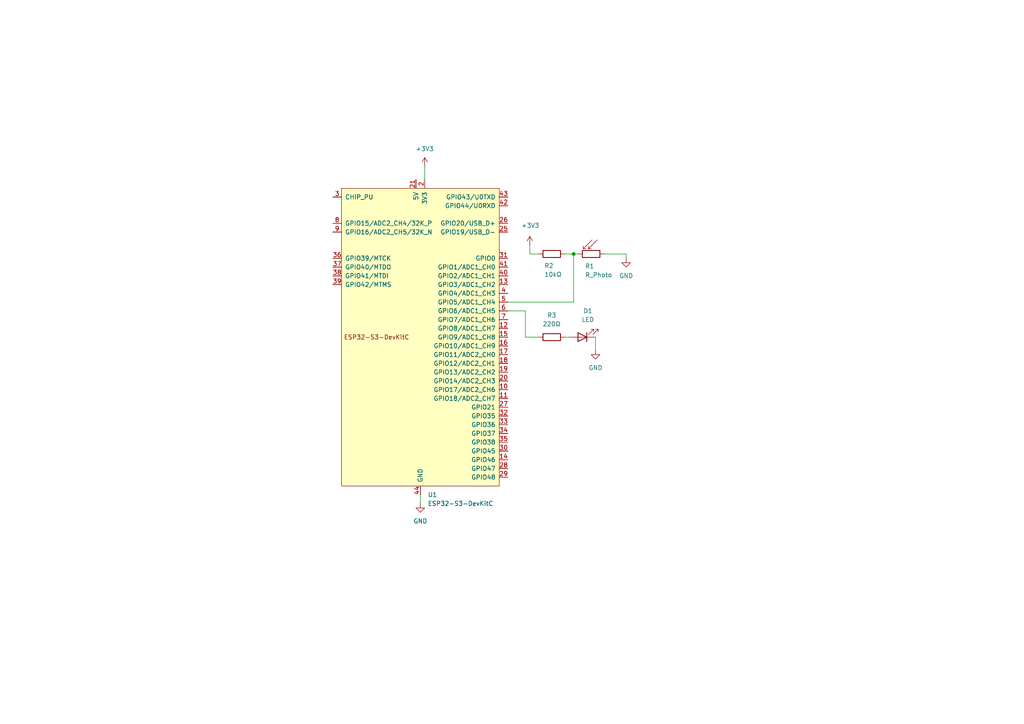
<source format=kicad_sch>
(kicad_sch (version 20250114) (generator "eeschema") (generator_version "9.0")
  (paper "A4")
  (lib_symbols
    (symbol "Device:LED" (pin_numbers (hide yes)) (pin_names (offset 1.016) (hide yes))
      (property "Reference" "D" (at 0 2.54 0))
      (property "Value" "LED" (at 0 -2.54 0))
      (symbol "LED_0_1"
        (polyline (pts (xy -3.048 -0.762) (xy -4.572 -2.286) (xy -3.81 -2.286) (xy -4.572 -2.286) (xy -4.572 -1.524)))
        (polyline (pts (xy -1.778 -0.762) (xy -3.302 -2.286) (xy -2.54 -2.286) (xy -3.302 -2.286) (xy -3.302 -1.524)))
        (polyline (pts (xy -1.27 0) (xy 1.27 0)))
        (polyline (pts (xy -1.27 -1.27) (xy -1.27 1.27)) (stroke (width 0.254)))
        (polyline (pts (xy 1.27 -1.27) (xy 1.27 1.27) (xy -1.27 0) (xy 1.27 -1.27)) (stroke (width 0.254)))
      )
      (symbol "LED_1_1"
        (pin passive line (at -3.81 0 0) (length 2.54) (name "K") (number "1"))
        (pin passive line (at 3.81 0 180) (length 2.54) (name "A") (number "2"))
      )
    )
    (symbol "Device:R" (pin_numbers (hide yes)) (pin_names (offset 0))
      (property "Reference" "R" (at 2.032 0 90))
      (property "Value" "R" (at 0 0 90))
      (symbol "R_0_1"
        (rectangle (start -1.016 -2.54) (end 1.016 2.54) (stroke (width 0.254)))
      )
      (symbol "R_1_1"
        (pin passive line (at 0 3.81 270) (length 1.27) (name "~") (number "1"))
        (pin passive line (at 0 -3.81 90) (length 1.27) (name "~") (number "2"))
      )
    )
    (symbol "Device:R_Photo" (pin_numbers (hide yes)) (pin_names (offset 0))
      (property "Reference" "R" (at 1.27 1.27 0))
      (property "Value" "R_Photo" (at 1.27 0 0))
      (symbol "R_Photo_0_1"
        (polyline (pts (xy -1.524 -0.762) (xy -4.064 1.778)))
        (polyline (pts (xy -1.524 -0.762) (xy -2.286 -0.762)))
        (polyline (pts (xy -1.524 -0.762) (xy -1.524 0)))
        (polyline (pts (xy -1.524 -2.286) (xy -4.064 0.254)))
        (polyline (pts (xy -1.524 -2.286) (xy -2.286 -2.286)))
        (polyline (pts (xy -1.524 -2.286) (xy -1.524 -1.524)))
        (rectangle (start -1.016 2.54) (end 1.016 -2.54) (stroke (width 0.254)))
      )
      (symbol "R_Photo_1_1"
        (pin passive line (at 0 3.81 270) (length 1.27) (name "~") (number "1"))
        (pin passive line (at 0 -3.81 90) (length 1.27) (name "~") (number "2"))
      )
    )
    (symbol "PCM_Espressif:ESP32-S3-DevKitC" (pin_names (offset 1.016))
      (property "Reference" "U" (at -22.86 48.26 0))
      (property "Value" "ESP32-S3-DevKitC" (at -22.86 45.72 0))
      (symbol "ESP32-S3-DevKitC_0_0"
        (text "ESP32-S3-DevKitC" (at -12.7 0 0) (effects (font (size 1.27 1.27))))
        (pin bidirectional line (at -25.4 15.24 0) (length 2.54) (name "GPIO42/MTMS") (number "39"))
        (pin power_in line (at 0 -45.72 90) (length 2.54) (name "GND") (number "44"))
        (pin bidirectional line (at 25.4 40.64 180) (length 2.54) (name "GPIO43/U0TXD") (number "43"))
        (pin bidirectional line (at 25.4 38.1 180) (length 2.54) (name "GPIO44/U0RXD") (number "42"))
        (pin bidirectional line (at 25.4 20.32 180) (length 2.54) (name "GPIO1/ADC1_CH0") (number "41"))
        (pin bidirectional line (at 25.4 17.78 180) (length 2.54) (name "GPIO2/ADC1_CH1") (number "40"))
        (pin bidirectional line (at 25.4 -10.16 180) (length 2.54) (name "GPIO13/ADC2_CH2") (number "19"))
        (pin bidirectional line (at 25.4 -35.56 180) (length 2.54) (name "GPIO46") (number "14"))
      )
      (symbol "ESP32-S3-DevKitC_0_1"
        (rectangle (start -22.86 43.18) (end 22.86 -43.18) (fill (type background)))
        (pin power_in line (at 1.27 45.72 270) (length 2.54) (name "3V3") (number "2"))
      )
      (symbol "ESP32-S3-DevKitC_1_1"
        (pin input line (at -25.4 40.64 0) (length 2.54) (name "CHIP_PU") (number "3"))
        (pin bidirectional line (at -25.4 33.02 0) (length 2.54) (name "GPIO15/ADC2_CH4/32K_P") (number "8"))
        (pin bidirectional line (at -25.4 30.48 0) (length 2.54) (name "GPIO16/ADC2_CH5/32K_N") (number "9"))
        (pin bidirectional line (at -25.4 22.86 0) (length 2.54) (name "GPIO39/MTCK") (number "36"))
        (pin bidirectional line (at -25.4 20.32 0) (length 2.54) (name "GPIO40/MTDO") (number "37"))
        (pin bidirectional line (at -25.4 17.78 0) (length 2.54) (name "GPIO41/MTDI") (number "38"))
        (pin power_in line (at -1.27 45.72 270) (length 2.54) (name "5V") (number "21"))
        (pin passive line (at 0 -45.72 90) (length 2.54) (hide yes) (name "GND") (number "22"))
        (pin passive line (at 0 -45.72 90) (length 2.54) (hide yes) (name "GND") (number "23"))
        (pin passive line (at 0 -45.72 90) (length 2.54) (hide yes) (name "GND") (number "24"))
        (pin passive line (at 1.27 45.72 270) (length 2.54) (hide yes) (name "3V3") (number "1"))
        (pin bidirectional line (at 25.4 33.02 180) (length 2.54) (name "GPIO20/USB_D+") (number "26"))
        (pin bidirectional line (at 25.4 30.48 180) (length 2.54) (name "GPIO19/USB_D-") (number "25"))
        (pin bidirectional line (at 25.4 22.86 180) (length 2.54) (name "GPIO0") (number "31"))
        (pin bidirectional line (at 25.4 15.24 180) (length 2.54) (name "GPIO3/ADC1_CH2") (number "13"))
        (pin bidirectional line (at 25.4 12.7 180) (length 2.54) (name "GPIO4/ADC1_CH3") (number "4"))
        (pin bidirectional line (at 25.4 10.16 180) (length 2.54) (name "GPIO5/ADC1_CH4") (number "5"))
        (pin bidirectional line (at 25.4 7.62 180) (length 2.54) (name "GPIO6/ADC1_CH5") (number "6"))
        (pin bidirectional line (at 25.4 5.08 180) (length 2.54) (name "GPIO7/ADC1_CH6") (number "7"))
        (pin bidirectional line (at 25.4 2.54 180) (length 2.54) (name "GPIO8/ADC1_CH7") (number "12"))
        (pin bidirectional line (at 25.4 0 180) (length 2.54) (name "GPIO9/ADC1_CH8") (number "15"))
        (pin bidirectional line (at 25.4 -2.54 180) (length 2.54) (name "GPIO10/ADC1_CH9") (number "16"))
        (pin bidirectional line (at 25.4 -5.08 180) (length 2.54) (name "GPIO11/ADC2_CH0") (number "17"))
        (pin bidirectional line (at 25.4 -7.62 180) (length 2.54) (name "GPIO12/ADC2_CH1") (number "18"))
        (pin bidirectional line (at 25.4 -12.7 180) (length 2.54) (name "GPIO14/ADC2_CH3") (number "20"))
        (pin bidirectional line (at 25.4 -15.24 180) (length 2.54) (name "GPIO17/ADC2_CH6") (number "10"))
        (pin bidirectional line (at 25.4 -17.78 180) (length 2.54) (name "GPIO18/ADC2_CH7") (number "11"))
        (pin bidirectional line (at 25.4 -20.32 180) (length 2.54) (name "GPIO21") (number "27"))
        (pin bidirectional line (at 25.4 -22.86 180) (length 2.54) (name "GPIO35") (number "32"))
        (pin bidirectional line (at 25.4 -25.4 180) (length 2.54) (name "GPIO36") (number "33"))
        (pin bidirectional line (at 25.4 -27.94 180) (length 2.54) (name "GPIO37") (number "34"))
        (pin bidirectional line (at 25.4 -30.48 180) (length 2.54) (name "GPIO38") (number "35"))
        (pin bidirectional line (at 25.4 -33.02 180) (length 2.54) (name "GPIO45") (number "30"))
        (pin bidirectional line (at 25.4 -38.1 180) (length 2.54) (name "GPIO47") (number "28"))
        (pin bidirectional line (at 25.4 -40.64 180) (length 2.54) (name "GPIO48") (number "29"))
      )
    )
    (symbol "power:+3V3" (power) (pin_numbers (hide yes)) (pin_names (offset 0) (hide yes))
      (property "Value" "+3V3" (at 0 3.556 0))
      (symbol "+3V3_0_1"
        (polyline (pts (xy -0.762 1.27) (xy 0 2.54)))
        (polyline (pts (xy 0 2.54) (xy 0.762 1.27)))
        (polyline (pts (xy 0 0) (xy 0 2.54)))
      )
      (symbol "+3V3_1_1"
        (pin power_in line (at 0 0 90) (length 0) (name "~") (number "1"))
      )
    )
    (symbol "power:GND" (power) (pin_numbers (hide yes)) (pin_names (offset 0) (hide yes))
      (property "Value" "GND" (at 0 -3.81 0))
      (symbol "GND_0_1"
        (polyline (pts (xy 0 0) (xy 0 -1.27) (xy 1.27 -1.27) (xy 0 -2.54) (xy -1.27 -1.27) (xy 0 -1.27)))
      )
      (symbol "GND_1_1"
        (pin power_in line (at 0 0 270) (length 0) (name "~") (number "1"))
      )
    )
  )
  (junction (at 166.37 73.66))
  (wire (pts (xy 147.32 90.17) (xy 152.4 90.17)))
  (wire (pts (xy 181.61 74.93) (xy 181.61 73.66)))
  (wire (pts (xy 153.67 71.12) (xy 153.67 73.66)))
  (wire (pts (xy 172.72 101.6) (xy 172.72 97.79)))
  (wire (pts (xy 163.83 73.66) (xy 166.37 73.66)))
  (wire (pts (xy 152.4 90.17) (xy 152.4 97.79)))
  (wire (pts (xy 121.92 146.05) (xy 121.92 143.51)))
  (wire (pts (xy 123.19 48.26) (xy 123.19 52.07)))
  (wire (pts (xy 153.67 73.66) (xy 156.21 73.66)))
  (wire (pts (xy 166.37 73.66) (xy 167.64 73.66)))
  (wire (pts (xy 181.61 73.66) (xy 175.26 73.66)))
  (wire (pts (xy 147.32 87.63) (xy 166.37 87.63)))
  (wire (pts (xy 152.4 97.79) (xy 156.21 97.79)))
  (wire (pts (xy 163.83 97.79) (xy 165.1 97.79)))
  (wire (pts (xy 166.37 87.63) (xy 166.37 73.66)))
  (symbol (lib_id "power:GND") (at 172.72 101.6 0) (unit 1)
    (property "Reference" "#PWR04" (effects (hide yes)))
    (property "Value" "GND" (at 172.72 106.68 0))
    (property "Description" "Power symbol creates a global label with name \"GND\" , ground" (effects (hide yes)))
  )
  (symbol (lib_id "power:+3V3") (at 153.67 71.12 0) (unit 1)
    (property "Reference" "#PWR06" (effects (hide yes)))
    (property "Value" "+3V3" (at 153.797 65.405 0))
    (property "Description" "Power symbol creates a global label with name \"+3V3\"" (effects (hide yes)))
  )
  (symbol (lib_id "power:+3V3") (at 123.19 48.26 0) (unit 1)
    (property "Reference" "#PWR02" (effects (hide yes)))
    (property "Value" "+3V3" (at 123.19 43.18 0))
    (property "Description" "Power symbol creates a global label with name \"+3V3\"" (effects (hide yes)))
  )
  (symbol (lib_id "Device:R") (at 160.02 97.79 90) (unit 1)
    (property "Reference" "R3" (at 160.02 91.44 90))
    (property "Value" "220Ω" (at 160.02 93.98 90))
    (property "Description" "Resistor" (effects (hide yes)))
  )
  (symbol (lib_id "Device:R") (at 160.02 73.66 90) (unit 1)
    (property "Reference" "R2" (at 157.861 77.089 90) (effects (justify right)))
    (property "Value" "10kΩ" (at 157.861 79.629 90) (effects (justify right)))
    (property "Description" "Resistor" (effects (hide yes)))
  )
  (symbol (lib_id "Device:LED") (at 168.91 97.79 180) (unit 1)
    (property "Reference" "D1" (at 170.4975 90.17 0))
    (property "Value" "LED" (at 170.4975 92.71 0))
    (property "Description" "Light emitting diode" (effects (hide yes)))
    (property "Sim.Pins" "1=K 2=A" (effects (hide yes)))
  )
  (symbol (lib_id "PCM_Espressif:ESP32-S3-DevKitC") (at 121.92 97.79 0) (unit 1)
    (property "Reference" "U1" (at 124.0633 143.51 0) (effects (justify left)))
    (property "Value" "ESP32-S3-DevKitC" (at 124.0633 146.05 0) (effects (justify left)))
    (property "Footprint" "PCM_Espressif:ESP32-S3-DevKitC" (effects (hide yes)))
    (property "Description" "ESP32-S3-DevKitC" (effects (hide yes)))
  )
  (symbol (lib_id "Device:R_Photo") (at 171.45 73.66 270) (unit 1)
    (property "Reference" "R1" (at 169.672 77.216 90) (effects (justify left)))
    (property "Value" "R_Photo" (at 169.672 79.756 90) (effects (justify left)))
    (property "Description" "Photoresistor" (effects (hide yes)))
  )
  (symbol (lib_id "power:GND") (at 181.61 74.93 0) (unit 1)
    (property "Reference" "#PWR03" (effects (hide yes)))
    (property "Value" "GND" (at 181.61 80.01 0))
    (property "Description" "Power symbol creates a global label with name \"GND\" , ground" (effects (hide yes)))
  )
  (symbol (lib_id "power:GND") (at 121.92 146.05 0) (unit 1)
    (property "Reference" "#PWR01" (effects (hide yes)))
    (property "Value" "GND" (at 121.92 151.13 0))
    (property "Description" "Power symbol creates a global label with name \"GND\" , ground" (effects (hide yes)))
  )
)
</source>
